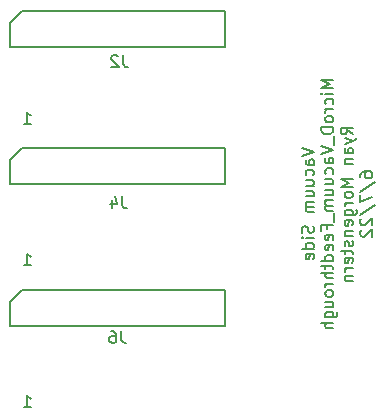
<source format=gbr>
%TF.GenerationSoftware,KiCad,Pcbnew,(5.1.10)-1*%
%TF.CreationDate,2022-06-07T13:25:47-06:00*%
%TF.ProjectId,Sub-D Micro-D 25 Pin Vacuum FeedThru,5375622d-4420-44d6-9963-726f2d442032,rev?*%
%TF.SameCoordinates,Original*%
%TF.FileFunction,Legend,Bot*%
%TF.FilePolarity,Positive*%
%FSLAX46Y46*%
G04 Gerber Fmt 4.6, Leading zero omitted, Abs format (unit mm)*
G04 Created by KiCad (PCBNEW (5.1.10)-1) date 2022-06-07 13:25:47*
%MOMM*%
%LPD*%
G01*
G04 APERTURE LIST*
%ADD10C,0.150000*%
G04 APERTURE END LIST*
D10*
X15627380Y4511904D02*
X16627380Y4178571D01*
X15627380Y3845238D01*
X16627380Y3083333D02*
X16103571Y3083333D01*
X16008333Y3130952D01*
X15960714Y3226190D01*
X15960714Y3416666D01*
X16008333Y3511904D01*
X16579761Y3083333D02*
X16627380Y3178571D01*
X16627380Y3416666D01*
X16579761Y3511904D01*
X16484523Y3559523D01*
X16389285Y3559523D01*
X16294047Y3511904D01*
X16246428Y3416666D01*
X16246428Y3178571D01*
X16198809Y3083333D01*
X16579761Y2178571D02*
X16627380Y2273809D01*
X16627380Y2464285D01*
X16579761Y2559523D01*
X16532142Y2607142D01*
X16436904Y2654761D01*
X16151190Y2654761D01*
X16055952Y2607142D01*
X16008333Y2559523D01*
X15960714Y2464285D01*
X15960714Y2273809D01*
X16008333Y2178571D01*
X15960714Y1321428D02*
X16627380Y1321428D01*
X15960714Y1750000D02*
X16484523Y1750000D01*
X16579761Y1702380D01*
X16627380Y1607142D01*
X16627380Y1464285D01*
X16579761Y1369047D01*
X16532142Y1321428D01*
X15960714Y416666D02*
X16627380Y416666D01*
X15960714Y845238D02*
X16484523Y845238D01*
X16579761Y797619D01*
X16627380Y702380D01*
X16627380Y559523D01*
X16579761Y464285D01*
X16532142Y416666D01*
X16627380Y-59523D02*
X15960714Y-59523D01*
X16055952Y-59523D02*
X16008333Y-107142D01*
X15960714Y-202380D01*
X15960714Y-345238D01*
X16008333Y-440476D01*
X16103571Y-488095D01*
X16627380Y-488095D01*
X16103571Y-488095D02*
X16008333Y-535714D01*
X15960714Y-630952D01*
X15960714Y-773809D01*
X16008333Y-869047D01*
X16103571Y-916666D01*
X16627380Y-916666D01*
X16579761Y-2107142D02*
X16627380Y-2250000D01*
X16627380Y-2488095D01*
X16579761Y-2583333D01*
X16532142Y-2630952D01*
X16436904Y-2678571D01*
X16341666Y-2678571D01*
X16246428Y-2630952D01*
X16198809Y-2583333D01*
X16151190Y-2488095D01*
X16103571Y-2297619D01*
X16055952Y-2202380D01*
X16008333Y-2154761D01*
X15913095Y-2107142D01*
X15817857Y-2107142D01*
X15722619Y-2154761D01*
X15675000Y-2202380D01*
X15627380Y-2297619D01*
X15627380Y-2535714D01*
X15675000Y-2678571D01*
X16627380Y-3107142D02*
X15960714Y-3107142D01*
X15627380Y-3107142D02*
X15675000Y-3059523D01*
X15722619Y-3107142D01*
X15675000Y-3154761D01*
X15627380Y-3107142D01*
X15722619Y-3107142D01*
X16627380Y-4011904D02*
X15627380Y-4011904D01*
X16579761Y-4011904D02*
X16627380Y-3916666D01*
X16627380Y-3726190D01*
X16579761Y-3630952D01*
X16532142Y-3583333D01*
X16436904Y-3535714D01*
X16151190Y-3535714D01*
X16055952Y-3583333D01*
X16008333Y-3630952D01*
X15960714Y-3726190D01*
X15960714Y-3916666D01*
X16008333Y-4011904D01*
X16579761Y-4869047D02*
X16627380Y-4773809D01*
X16627380Y-4583333D01*
X16579761Y-4488095D01*
X16484523Y-4440476D01*
X16103571Y-4440476D01*
X16008333Y-4488095D01*
X15960714Y-4583333D01*
X15960714Y-4773809D01*
X16008333Y-4869047D01*
X16103571Y-4916666D01*
X16198809Y-4916666D01*
X16294047Y-4440476D01*
X18277380Y10250000D02*
X17277380Y10250000D01*
X17991666Y9916666D01*
X17277380Y9583333D01*
X18277380Y9583333D01*
X18277380Y9107142D02*
X17610714Y9107142D01*
X17277380Y9107142D02*
X17325000Y9154761D01*
X17372619Y9107142D01*
X17325000Y9059523D01*
X17277380Y9107142D01*
X17372619Y9107142D01*
X18229761Y8202380D02*
X18277380Y8297619D01*
X18277380Y8488095D01*
X18229761Y8583333D01*
X18182142Y8630952D01*
X18086904Y8678571D01*
X17801190Y8678571D01*
X17705952Y8630952D01*
X17658333Y8583333D01*
X17610714Y8488095D01*
X17610714Y8297619D01*
X17658333Y8202380D01*
X18277380Y7773809D02*
X17610714Y7773809D01*
X17801190Y7773809D02*
X17705952Y7726190D01*
X17658333Y7678571D01*
X17610714Y7583333D01*
X17610714Y7488095D01*
X18277380Y7011904D02*
X18229761Y7107142D01*
X18182142Y7154761D01*
X18086904Y7202380D01*
X17801190Y7202380D01*
X17705952Y7154761D01*
X17658333Y7107142D01*
X17610714Y7011904D01*
X17610714Y6869047D01*
X17658333Y6773809D01*
X17705952Y6726190D01*
X17801190Y6678571D01*
X18086904Y6678571D01*
X18182142Y6726190D01*
X18229761Y6773809D01*
X18277380Y6869047D01*
X18277380Y7011904D01*
X18277380Y6250000D02*
X17277380Y6250000D01*
X17277380Y6011904D01*
X17325000Y5869047D01*
X17420238Y5773809D01*
X17515476Y5726190D01*
X17705952Y5678571D01*
X17848809Y5678571D01*
X18039285Y5726190D01*
X18134523Y5773809D01*
X18229761Y5869047D01*
X18277380Y6011904D01*
X18277380Y6250000D01*
X18372619Y5488095D02*
X18372619Y4726190D01*
X17277380Y4630952D02*
X18277380Y4297619D01*
X17277380Y3964285D01*
X18277380Y3202380D02*
X17753571Y3202380D01*
X17658333Y3250000D01*
X17610714Y3345238D01*
X17610714Y3535714D01*
X17658333Y3630952D01*
X18229761Y3202380D02*
X18277380Y3297619D01*
X18277380Y3535714D01*
X18229761Y3630952D01*
X18134523Y3678571D01*
X18039285Y3678571D01*
X17944047Y3630952D01*
X17896428Y3535714D01*
X17896428Y3297619D01*
X17848809Y3202380D01*
X18229761Y2297619D02*
X18277380Y2392857D01*
X18277380Y2583333D01*
X18229761Y2678571D01*
X18182142Y2726190D01*
X18086904Y2773809D01*
X17801190Y2773809D01*
X17705952Y2726190D01*
X17658333Y2678571D01*
X17610714Y2583333D01*
X17610714Y2392857D01*
X17658333Y2297619D01*
X17610714Y1440476D02*
X18277380Y1440476D01*
X17610714Y1869047D02*
X18134523Y1869047D01*
X18229761Y1821428D01*
X18277380Y1726190D01*
X18277380Y1583333D01*
X18229761Y1488095D01*
X18182142Y1440476D01*
X17610714Y535714D02*
X18277380Y535714D01*
X17610714Y964285D02*
X18134523Y964285D01*
X18229761Y916666D01*
X18277380Y821428D01*
X18277380Y678571D01*
X18229761Y583333D01*
X18182142Y535714D01*
X18277380Y59523D02*
X17610714Y59523D01*
X17705952Y59523D02*
X17658333Y11904D01*
X17610714Y-83333D01*
X17610714Y-226190D01*
X17658333Y-321428D01*
X17753571Y-369047D01*
X18277380Y-369047D01*
X17753571Y-369047D02*
X17658333Y-416666D01*
X17610714Y-511904D01*
X17610714Y-654761D01*
X17658333Y-749999D01*
X17753571Y-797619D01*
X18277380Y-797619D01*
X18372619Y-1035714D02*
X18372619Y-1797619D01*
X17753571Y-2369047D02*
X17753571Y-2035714D01*
X18277380Y-2035714D02*
X17277380Y-2035714D01*
X17277380Y-2511904D01*
X18229761Y-3273809D02*
X18277380Y-3178571D01*
X18277380Y-2988095D01*
X18229761Y-2892857D01*
X18134523Y-2845238D01*
X17753571Y-2845238D01*
X17658333Y-2892857D01*
X17610714Y-2988095D01*
X17610714Y-3178571D01*
X17658333Y-3273809D01*
X17753571Y-3321428D01*
X17848809Y-3321428D01*
X17944047Y-2845238D01*
X18229761Y-4130952D02*
X18277380Y-4035714D01*
X18277380Y-3845238D01*
X18229761Y-3749999D01*
X18134523Y-3702380D01*
X17753571Y-3702380D01*
X17658333Y-3749999D01*
X17610714Y-3845238D01*
X17610714Y-4035714D01*
X17658333Y-4130952D01*
X17753571Y-4178571D01*
X17848809Y-4178571D01*
X17944047Y-3702380D01*
X18277380Y-5035714D02*
X17277380Y-5035714D01*
X18229761Y-5035714D02*
X18277380Y-4940476D01*
X18277380Y-4749999D01*
X18229761Y-4654761D01*
X18182142Y-4607142D01*
X18086904Y-4559523D01*
X17801190Y-4559523D01*
X17705952Y-4607142D01*
X17658333Y-4654761D01*
X17610714Y-4749999D01*
X17610714Y-4940476D01*
X17658333Y-5035714D01*
X17610714Y-5369047D02*
X17610714Y-5749999D01*
X17277380Y-5511904D02*
X18134523Y-5511904D01*
X18229761Y-5559523D01*
X18277380Y-5654761D01*
X18277380Y-5749999D01*
X18277380Y-6083333D02*
X17277380Y-6083333D01*
X18277380Y-6511904D02*
X17753571Y-6511904D01*
X17658333Y-6464285D01*
X17610714Y-6369047D01*
X17610714Y-6226190D01*
X17658333Y-6130952D01*
X17705952Y-6083333D01*
X18277380Y-6988095D02*
X17610714Y-6988095D01*
X17801190Y-6988095D02*
X17705952Y-7035714D01*
X17658333Y-7083333D01*
X17610714Y-7178571D01*
X17610714Y-7273809D01*
X18277380Y-7749999D02*
X18229761Y-7654761D01*
X18182142Y-7607142D01*
X18086904Y-7559523D01*
X17801190Y-7559523D01*
X17705952Y-7607142D01*
X17658333Y-7654761D01*
X17610714Y-7749999D01*
X17610714Y-7892857D01*
X17658333Y-7988095D01*
X17705952Y-8035714D01*
X17801190Y-8083333D01*
X18086904Y-8083333D01*
X18182142Y-8035714D01*
X18229761Y-7988095D01*
X18277380Y-7892857D01*
X18277380Y-7749999D01*
X17610714Y-8940476D02*
X18277380Y-8940476D01*
X17610714Y-8511904D02*
X18134523Y-8511904D01*
X18229761Y-8559523D01*
X18277380Y-8654761D01*
X18277380Y-8797619D01*
X18229761Y-8892857D01*
X18182142Y-8940476D01*
X17610714Y-9845238D02*
X18420238Y-9845238D01*
X18515476Y-9797619D01*
X18563095Y-9749999D01*
X18610714Y-9654761D01*
X18610714Y-9511904D01*
X18563095Y-9416666D01*
X18229761Y-9845238D02*
X18277380Y-9749999D01*
X18277380Y-9559523D01*
X18229761Y-9464285D01*
X18182142Y-9416666D01*
X18086904Y-9369047D01*
X17801190Y-9369047D01*
X17705952Y-9416666D01*
X17658333Y-9464285D01*
X17610714Y-9559523D01*
X17610714Y-9749999D01*
X17658333Y-9845238D01*
X18277380Y-10321428D02*
X17277380Y-10321428D01*
X18277380Y-10749999D02*
X17753571Y-10749999D01*
X17658333Y-10702380D01*
X17610714Y-10607142D01*
X17610714Y-10464285D01*
X17658333Y-10369047D01*
X17705952Y-10321428D01*
X19927380Y5654761D02*
X19451190Y5988095D01*
X19927380Y6226190D02*
X18927380Y6226190D01*
X18927380Y5845238D01*
X18975000Y5750000D01*
X19022619Y5702380D01*
X19117857Y5654761D01*
X19260714Y5654761D01*
X19355952Y5702380D01*
X19403571Y5750000D01*
X19451190Y5845238D01*
X19451190Y6226190D01*
X19260714Y5321428D02*
X19927380Y5083333D01*
X19260714Y4845238D02*
X19927380Y5083333D01*
X20165476Y5178571D01*
X20213095Y5226190D01*
X20260714Y5321428D01*
X19927380Y4035714D02*
X19403571Y4035714D01*
X19308333Y4083333D01*
X19260714Y4178571D01*
X19260714Y4369047D01*
X19308333Y4464285D01*
X19879761Y4035714D02*
X19927380Y4130952D01*
X19927380Y4369047D01*
X19879761Y4464285D01*
X19784523Y4511904D01*
X19689285Y4511904D01*
X19594047Y4464285D01*
X19546428Y4369047D01*
X19546428Y4130952D01*
X19498809Y4035714D01*
X19260714Y3559523D02*
X19927380Y3559523D01*
X19355952Y3559523D02*
X19308333Y3511904D01*
X19260714Y3416666D01*
X19260714Y3273809D01*
X19308333Y3178571D01*
X19403571Y3130952D01*
X19927380Y3130952D01*
X19927380Y1892857D02*
X18927380Y1892857D01*
X19641666Y1559523D01*
X18927380Y1226190D01*
X19927380Y1226190D01*
X19927380Y607142D02*
X19879761Y702380D01*
X19832142Y750000D01*
X19736904Y797619D01*
X19451190Y797619D01*
X19355952Y750000D01*
X19308333Y702380D01*
X19260714Y607142D01*
X19260714Y464285D01*
X19308333Y369047D01*
X19355952Y321428D01*
X19451190Y273809D01*
X19736904Y273809D01*
X19832142Y321428D01*
X19879761Y369047D01*
X19927380Y464285D01*
X19927380Y607142D01*
X19927380Y-154761D02*
X19260714Y-154761D01*
X19451190Y-154761D02*
X19355952Y-202380D01*
X19308333Y-250000D01*
X19260714Y-345238D01*
X19260714Y-440476D01*
X19260714Y-1202380D02*
X20070238Y-1202380D01*
X20165476Y-1154761D01*
X20213095Y-1107142D01*
X20260714Y-1011904D01*
X20260714Y-869047D01*
X20213095Y-773809D01*
X19879761Y-1202380D02*
X19927380Y-1107142D01*
X19927380Y-916666D01*
X19879761Y-821428D01*
X19832142Y-773809D01*
X19736904Y-726190D01*
X19451190Y-726190D01*
X19355952Y-773809D01*
X19308333Y-821428D01*
X19260714Y-916666D01*
X19260714Y-1107142D01*
X19308333Y-1202380D01*
X19879761Y-2059523D02*
X19927380Y-1964285D01*
X19927380Y-1773809D01*
X19879761Y-1678571D01*
X19784523Y-1630952D01*
X19403571Y-1630952D01*
X19308333Y-1678571D01*
X19260714Y-1773809D01*
X19260714Y-1964285D01*
X19308333Y-2059523D01*
X19403571Y-2107142D01*
X19498809Y-2107142D01*
X19594047Y-1630952D01*
X19260714Y-2535714D02*
X19927380Y-2535714D01*
X19355952Y-2535714D02*
X19308333Y-2583333D01*
X19260714Y-2678571D01*
X19260714Y-2821428D01*
X19308333Y-2916666D01*
X19403571Y-2964285D01*
X19927380Y-2964285D01*
X19879761Y-3392857D02*
X19927380Y-3488095D01*
X19927380Y-3678571D01*
X19879761Y-3773809D01*
X19784523Y-3821428D01*
X19736904Y-3821428D01*
X19641666Y-3773809D01*
X19594047Y-3678571D01*
X19594047Y-3535714D01*
X19546428Y-3440476D01*
X19451190Y-3392857D01*
X19403571Y-3392857D01*
X19308333Y-3440476D01*
X19260714Y-3535714D01*
X19260714Y-3678571D01*
X19308333Y-3773809D01*
X19260714Y-4107142D02*
X19260714Y-4488095D01*
X18927380Y-4250000D02*
X19784523Y-4250000D01*
X19879761Y-4297619D01*
X19927380Y-4392857D01*
X19927380Y-4488095D01*
X19879761Y-5202380D02*
X19927380Y-5107142D01*
X19927380Y-4916666D01*
X19879761Y-4821428D01*
X19784523Y-4773809D01*
X19403571Y-4773809D01*
X19308333Y-4821428D01*
X19260714Y-4916666D01*
X19260714Y-5107142D01*
X19308333Y-5202380D01*
X19403571Y-5250000D01*
X19498809Y-5250000D01*
X19594047Y-4773809D01*
X19927380Y-5678571D02*
X19260714Y-5678571D01*
X19451190Y-5678571D02*
X19355952Y-5726190D01*
X19308333Y-5773809D01*
X19260714Y-5869047D01*
X19260714Y-5964285D01*
X19260714Y-6297619D02*
X19927380Y-6297619D01*
X19355952Y-6297619D02*
X19308333Y-6345238D01*
X19260714Y-6440476D01*
X19260714Y-6583333D01*
X19308333Y-6678571D01*
X19403571Y-6726190D01*
X19927380Y-6726190D01*
X20577380Y2035714D02*
X20577380Y2226190D01*
X20625000Y2321428D01*
X20672619Y2369047D01*
X20815476Y2464285D01*
X21005952Y2511904D01*
X21386904Y2511904D01*
X21482142Y2464285D01*
X21529761Y2416666D01*
X21577380Y2321428D01*
X21577380Y2130952D01*
X21529761Y2035714D01*
X21482142Y1988095D01*
X21386904Y1940476D01*
X21148809Y1940476D01*
X21053571Y1988095D01*
X21005952Y2035714D01*
X20958333Y2130952D01*
X20958333Y2321428D01*
X21005952Y2416666D01*
X21053571Y2464285D01*
X21148809Y2511904D01*
X20529761Y797619D02*
X21815476Y1654761D01*
X20577380Y559523D02*
X20577380Y-107142D01*
X21577380Y321428D01*
X20529761Y-1202380D02*
X21815476Y-345238D01*
X20672619Y-1488095D02*
X20625000Y-1535714D01*
X20577380Y-1630952D01*
X20577380Y-1869047D01*
X20625000Y-1964285D01*
X20672619Y-2011904D01*
X20767857Y-2059523D01*
X20863095Y-2059523D01*
X21005952Y-2011904D01*
X21577380Y-1440476D01*
X21577380Y-2059523D01*
X20672619Y-2440476D02*
X20625000Y-2488095D01*
X20577380Y-2583333D01*
X20577380Y-2821428D01*
X20625000Y-2916666D01*
X20672619Y-2964285D01*
X20767857Y-3011904D01*
X20863095Y-3011904D01*
X21005952Y-2964285D01*
X21577380Y-2392857D01*
X21577380Y-3011904D01*
%TO.C,J5*%
X-8080000Y-7540000D02*
X-9080000Y-8540000D01*
X-9080000Y-8540000D02*
X-9080000Y-10560000D01*
X-9080000Y-10560000D02*
X9080000Y-10560000D01*
X9080000Y-10560000D02*
X9080000Y-7540000D01*
X9080000Y-7540000D02*
X-8080000Y-7540000D01*
%TO.C,J3*%
X-8080000Y4460000D02*
X-9080000Y3460000D01*
X-9080000Y3460000D02*
X-9080000Y1440000D01*
X-9080000Y1440000D02*
X9080000Y1440000D01*
X9080000Y1440000D02*
X9080000Y4460000D01*
X9080000Y4460000D02*
X-8080000Y4460000D01*
%TO.C,J1*%
X-8080000Y16110000D02*
X-9080000Y15110000D01*
X-9080000Y15110000D02*
X-9080000Y13090000D01*
X-9080000Y13090000D02*
X9080000Y13090000D01*
X9080000Y13090000D02*
X9080000Y16110000D01*
X9080000Y16110000D02*
X-8080000Y16110000D01*
%TO.C,J6*%
X333333Y-11002380D02*
X333333Y-11716666D01*
X380952Y-11859523D01*
X476190Y-11954761D01*
X619047Y-12002380D01*
X714285Y-12002380D01*
X-571428Y-11002380D02*
X-380952Y-11002380D01*
X-285714Y-11050000D01*
X-238095Y-11097619D01*
X-142857Y-11240476D01*
X-95238Y-11430952D01*
X-95238Y-11811904D01*
X-142857Y-11907142D01*
X-190476Y-11954761D01*
X-285714Y-12002380D01*
X-476190Y-12002380D01*
X-571428Y-11954761D01*
X-619047Y-11907142D01*
X-666666Y-11811904D01*
X-666666Y-11573809D01*
X-619047Y-11478571D01*
X-571428Y-11430952D01*
X-476190Y-11383333D01*
X-285714Y-11383333D01*
X-190476Y-11430952D01*
X-142857Y-11478571D01*
X-95238Y-11573809D01*
X-7905714Y-17442380D02*
X-7334285Y-17442380D01*
X-7619999Y-17442380D02*
X-7619999Y-16442380D01*
X-7524761Y-16585238D01*
X-7429523Y-16680476D01*
X-7334285Y-16728095D01*
%TO.C,J4*%
X433333Y397619D02*
X433333Y-316666D01*
X480952Y-459523D01*
X576190Y-554761D01*
X719047Y-602380D01*
X814285Y-602380D01*
X-471428Y64285D02*
X-471428Y-602380D01*
X-233333Y445238D02*
X4761Y-269047D01*
X-614285Y-269047D01*
X-7905714Y-5442380D02*
X-7334285Y-5442380D01*
X-7619999Y-5442380D02*
X-7619999Y-4442380D01*
X-7524761Y-4585238D01*
X-7429523Y-4680476D01*
X-7334285Y-4728095D01*
%TO.C,J2*%
X483333Y12347619D02*
X483333Y11633333D01*
X530952Y11490476D01*
X626190Y11395238D01*
X769047Y11347619D01*
X864285Y11347619D01*
X54761Y12252380D02*
X7142Y12300000D01*
X-88095Y12347619D01*
X-326190Y12347619D01*
X-421428Y12300000D01*
X-469047Y12252380D01*
X-516666Y12157142D01*
X-516666Y12061904D01*
X-469047Y11919047D01*
X102380Y11347619D01*
X-516666Y11347619D01*
X-7905714Y6557619D02*
X-7334285Y6557619D01*
X-7619999Y6557619D02*
X-7619999Y7557619D01*
X-7524761Y7414761D01*
X-7429523Y7319523D01*
X-7334285Y7271904D01*
%TD*%
M02*

</source>
